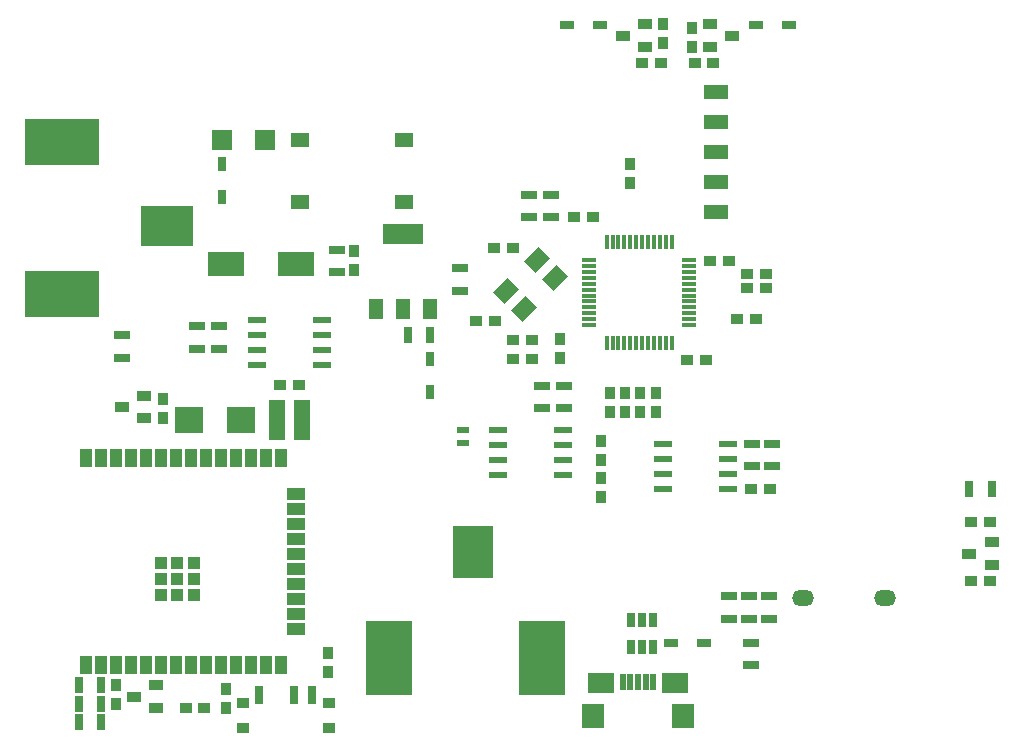
<source format=gtp>
G04*
G04 #@! TF.GenerationSoftware,Altium Limited,Altium Designer,22.2.1 (43)*
G04*
G04 Layer_Color=8421504*
%FSLAX25Y25*%
%MOIN*%
G70*
G04*
G04 #@! TF.SameCoordinates,4EB9BB6F-69CC-4AE6-9B36-E95FEA1B1F0F*
G04*
G04*
G04 #@! TF.FilePolarity,Positive*
G04*
G01*
G75*
%ADD21R,0.04194X0.03494*%
%ADD22R,0.04724X0.03543*%
%ADD23R,0.03150X0.05512*%
%ADD24O,0.07284X0.05315*%
%ADD25R,0.04528X0.02559*%
%ADD26R,0.03494X0.04194*%
%ADD27R,0.08268X0.04724*%
%ADD28R,0.06299X0.02362*%
%ADD29R,0.05512X0.03150*%
%ADD30R,0.02756X0.05118*%
%ADD31R,0.08661X0.06693*%
%ADD32R,0.01968X0.05709*%
%ADD33R,0.07480X0.07874*%
%ADD34R,0.04331X0.02362*%
%ADD35R,0.06693X0.06693*%
%ADD36R,0.02559X0.04528*%
%ADD37R,0.05118X0.06693*%
%ADD38R,0.13386X0.06693*%
%ADD39R,0.13386X0.17717*%
%ADD40R,0.15748X0.24803*%
%ADD41R,0.04331X0.03543*%
%ADD42R,0.03150X0.06299*%
%ADD43R,0.06299X0.03937*%
%ADD44R,0.03937X0.06299*%
%ADD45R,0.03937X0.03937*%
%ADD46R,0.03937X0.03937*%
%ADD47R,0.05512X0.13780*%
%ADD48R,0.09252X0.08740*%
%ADD49R,0.24803X0.15748*%
%ADD50R,0.17717X0.13386*%
G04:AMPARAMS|DCode=51|XSize=66.93mil|YSize=53.15mil|CornerRadius=0mil|HoleSize=0mil|Usage=FLASHONLY|Rotation=225.000|XOffset=0mil|YOffset=0mil|HoleType=Round|Shape=Rectangle|*
%AMROTATEDRECTD51*
4,1,4,0.00487,0.04245,0.04245,0.00487,-0.00487,-0.04245,-0.04245,-0.00487,0.00487,0.04245,0.0*
%
%ADD51ROTATEDRECTD51*%

%ADD52R,0.06496X0.05118*%
%ADD53R,0.01575X0.05118*%
%ADD54R,0.05118X0.01575*%
%ADD55R,0.12205X0.08268*%
D21*
X335827Y52756D02*
D03*
X329527D02*
D03*
X335827Y72244D02*
D03*
X329527D02*
D03*
X226241Y225394D02*
D03*
X219941D02*
D03*
X237361D02*
D03*
X243661D02*
D03*
X262599Y83465D02*
D03*
X256299D02*
D03*
X234842Y126378D02*
D03*
X241143D02*
D03*
X251575Y140157D02*
D03*
X257875D02*
D03*
X254924Y150456D02*
D03*
X261224D02*
D03*
Y155056D02*
D03*
X254924D02*
D03*
X242519Y159449D02*
D03*
X248819D02*
D03*
X183268Y126772D02*
D03*
X176968D02*
D03*
X183268Y133071D02*
D03*
X176969D02*
D03*
X67716Y10394D02*
D03*
X74016D02*
D03*
X105473Y118087D02*
D03*
X99173D02*
D03*
X170867Y139370D02*
D03*
X164567D02*
D03*
X176772Y163779D02*
D03*
X170472D02*
D03*
X203544Y174016D02*
D03*
X197244D02*
D03*
D22*
X328957Y61811D02*
D03*
X336398Y65551D02*
D03*
Y58071D02*
D03*
X220905Y230709D02*
D03*
X213465Y234449D02*
D03*
X220905Y238189D02*
D03*
X242519Y238189D02*
D03*
X249960Y234449D02*
D03*
X242519Y230709D02*
D03*
X50492Y14134D02*
D03*
X57933Y10394D02*
D03*
Y17874D02*
D03*
X46496Y110630D02*
D03*
X53937Y106890D02*
D03*
Y114370D02*
D03*
D23*
X336417Y83465D02*
D03*
X328937D02*
D03*
X149173Y134646D02*
D03*
X141693D02*
D03*
X39567Y5512D02*
D03*
X32087D02*
D03*
X39567Y11811D02*
D03*
X32087D02*
D03*
X39567Y18110D02*
D03*
X32087D02*
D03*
D24*
X300787Y46850D02*
D03*
X273623D02*
D03*
D25*
X205768Y237849D02*
D03*
X194744D02*
D03*
X257834D02*
D03*
X268858D02*
D03*
X240551Y32087D02*
D03*
X229528D02*
D03*
D26*
X226772Y231889D02*
D03*
Y238189D02*
D03*
X236614Y237009D02*
D03*
Y230709D02*
D03*
X206102Y87008D02*
D03*
Y80708D02*
D03*
Y93169D02*
D03*
Y99469D02*
D03*
X224410Y115354D02*
D03*
Y109054D02*
D03*
X219291Y115354D02*
D03*
Y109054D02*
D03*
X214173Y115354D02*
D03*
Y109054D02*
D03*
X209055Y115355D02*
D03*
Y109055D02*
D03*
X192520Y133268D02*
D03*
Y126968D02*
D03*
X124016Y156275D02*
D03*
Y162575D02*
D03*
X115236Y28741D02*
D03*
Y22441D02*
D03*
X81102Y16536D02*
D03*
Y10236D02*
D03*
X44528Y17874D02*
D03*
Y11574D02*
D03*
X60236Y113387D02*
D03*
Y107087D02*
D03*
X215945Y185236D02*
D03*
Y191536D02*
D03*
D27*
X244488Y175669D02*
D03*
Y185669D02*
D03*
Y195669D02*
D03*
Y205669D02*
D03*
Y215669D02*
D03*
D28*
X226969Y98465D02*
D03*
Y93465D02*
D03*
Y88465D02*
D03*
X248622Y83465D02*
D03*
Y88465D02*
D03*
Y93465D02*
D03*
Y98465D02*
D03*
X226969Y83465D02*
D03*
X171850Y103169D02*
D03*
Y98169D02*
D03*
Y93169D02*
D03*
X193504Y88169D02*
D03*
Y93169D02*
D03*
Y98169D02*
D03*
Y103169D02*
D03*
X171850Y88169D02*
D03*
X113150Y124606D02*
D03*
Y129606D02*
D03*
Y134606D02*
D03*
X91496Y139606D02*
D03*
Y129606D02*
D03*
Y124606D02*
D03*
X113150Y139606D02*
D03*
X91496Y134606D02*
D03*
D29*
X263189Y98425D02*
D03*
Y90945D02*
D03*
X256496Y98425D02*
D03*
Y90945D02*
D03*
X262206Y47638D02*
D03*
Y40157D02*
D03*
X255513Y47638D02*
D03*
Y40157D02*
D03*
X248820Y47638D02*
D03*
Y40157D02*
D03*
X256299Y32087D02*
D03*
Y24606D02*
D03*
X193701Y110235D02*
D03*
Y117716D02*
D03*
X186447Y110235D02*
D03*
Y117716D02*
D03*
X118110Y155685D02*
D03*
Y163165D02*
D03*
X78701Y130118D02*
D03*
Y137598D02*
D03*
X71653Y130118D02*
D03*
Y137598D02*
D03*
X46496Y127165D02*
D03*
Y134646D02*
D03*
X159055Y156890D02*
D03*
Y149409D02*
D03*
X182283Y181496D02*
D03*
Y174016D02*
D03*
X189370Y181496D02*
D03*
Y174016D02*
D03*
D30*
X219783Y30709D02*
D03*
X223524D02*
D03*
Y39764D02*
D03*
X216043D02*
D03*
Y30709D02*
D03*
X219783Y39764D02*
D03*
D31*
X230709Y18602D02*
D03*
X206299D02*
D03*
D32*
X223622Y19094D02*
D03*
X221063D02*
D03*
X215945D02*
D03*
X218504D02*
D03*
X213386D02*
D03*
D33*
X233465Y7697D02*
D03*
X203543D02*
D03*
D34*
X160236Y103150D02*
D03*
Y98819D02*
D03*
D35*
X94095Y199602D02*
D03*
X79921D02*
D03*
D36*
Y191732D02*
D03*
Y180709D02*
D03*
X149213Y126772D02*
D03*
Y115748D02*
D03*
D37*
X149173Y143283D02*
D03*
X131063D02*
D03*
X140118D02*
D03*
D38*
Y168480D02*
D03*
D39*
X163613Y62198D02*
D03*
D40*
X135660Y26961D02*
D03*
X186447D02*
D03*
D41*
X115433Y3740D02*
D03*
X86693D02*
D03*
X115433Y12008D02*
D03*
X86693D02*
D03*
D42*
X104016Y14764D02*
D03*
X92205D02*
D03*
X109921D02*
D03*
D43*
X104449Y61732D02*
D03*
Y81732D02*
D03*
Y76732D02*
D03*
Y71732D02*
D03*
Y66732D02*
D03*
Y56732D02*
D03*
Y51732D02*
D03*
Y46732D02*
D03*
Y41732D02*
D03*
Y36732D02*
D03*
D03*
D44*
X39528Y24803D02*
D03*
X44528D02*
D03*
X49528D02*
D03*
X54528D02*
D03*
X59528D02*
D03*
X64528D02*
D03*
X69528D02*
D03*
X74528D02*
D03*
X79528D02*
D03*
X84528D02*
D03*
X89528D02*
D03*
X94528D02*
D03*
X99528D02*
D03*
X39528Y93661D02*
D03*
X44528D02*
D03*
X49528D02*
D03*
X54528D02*
D03*
X59528D02*
D03*
X64528D02*
D03*
X69528D02*
D03*
X74528D02*
D03*
X79528D02*
D03*
X84528D02*
D03*
X89528D02*
D03*
X94528D02*
D03*
X99528D02*
D03*
X34528Y24803D02*
D03*
D03*
Y93661D02*
D03*
D45*
X59449Y47874D02*
D03*
Y53346D02*
D03*
X70394Y47874D02*
D03*
Y53346D02*
D03*
X59449Y58819D02*
D03*
X70394D02*
D03*
D46*
X64921Y47874D02*
D03*
Y53346D02*
D03*
Y58819D02*
D03*
D47*
X98189Y106276D02*
D03*
X106457D02*
D03*
D48*
X86221Y106275D02*
D03*
X69016D02*
D03*
D49*
X26378Y148228D02*
D03*
Y199016D02*
D03*
D50*
X61614Y171063D02*
D03*
D51*
X180589Y143362D02*
D03*
X184765Y159787D02*
D03*
X174465Y149487D02*
D03*
X190890Y153663D02*
D03*
D52*
X105866Y199602D02*
D03*
X140512D02*
D03*
Y179090D02*
D03*
X105866D02*
D03*
D53*
X229724Y132087D02*
D03*
X225787D02*
D03*
X223819D02*
D03*
X221850D02*
D03*
X219882D02*
D03*
X217913D02*
D03*
X215945D02*
D03*
X213976D02*
D03*
X212008D02*
D03*
X210039D02*
D03*
X208071D02*
D03*
X229724Y165551D02*
D03*
X227756D02*
D03*
X225787D02*
D03*
X223819D02*
D03*
X221850D02*
D03*
X219882D02*
D03*
X217913D02*
D03*
X215945D02*
D03*
X213976D02*
D03*
X212008D02*
D03*
X208071D02*
D03*
X227756Y132087D02*
D03*
X210039Y165551D02*
D03*
D54*
X202165Y137992D02*
D03*
Y139961D02*
D03*
Y141929D02*
D03*
Y143898D02*
D03*
Y147835D02*
D03*
Y149803D02*
D03*
Y151772D02*
D03*
Y153740D02*
D03*
Y155709D02*
D03*
Y157677D02*
D03*
Y159646D02*
D03*
D03*
X235630Y137992D02*
D03*
Y139961D02*
D03*
Y141929D02*
D03*
Y143898D02*
D03*
Y145866D02*
D03*
Y147835D02*
D03*
Y149803D02*
D03*
Y151772D02*
D03*
Y153740D02*
D03*
Y155709D02*
D03*
Y159646D02*
D03*
X202165Y145866D02*
D03*
X235630Y157677D02*
D03*
D55*
X81063Y158244D02*
D03*
X104685D02*
D03*
M02*

</source>
